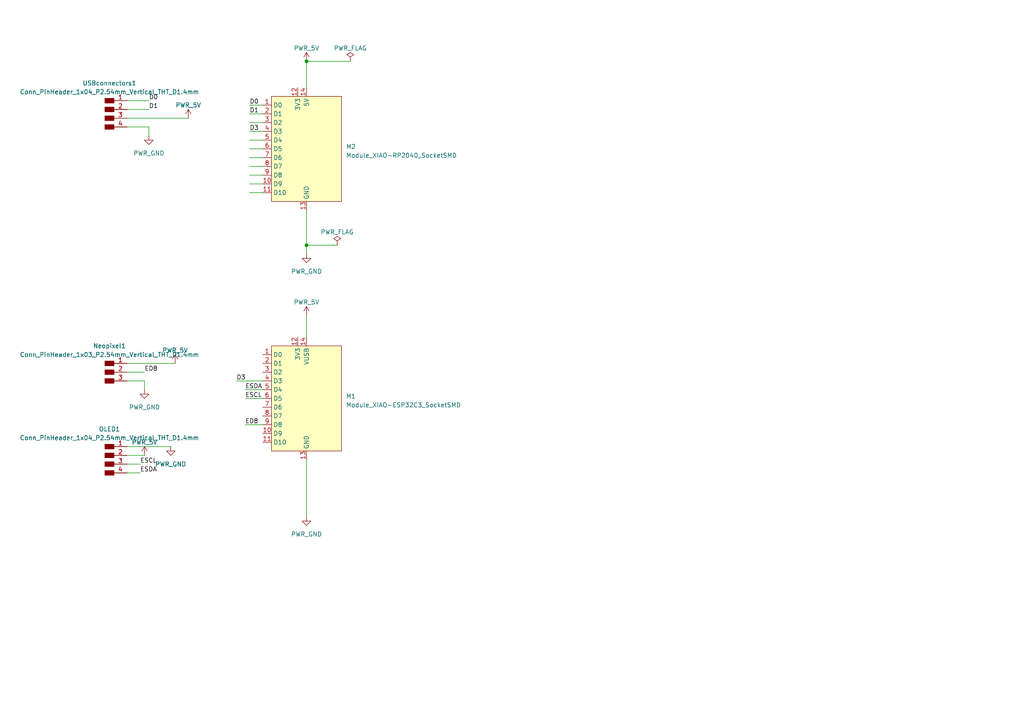
<source format=kicad_sch>
(kicad_sch (version 20230121) (generator eeschema)
  (paper "A4")
  (lib_symbols
    (symbol "fab:Conn_PinHeader_1x03_P2.54mm_Vertical_THT_D1.4mm" (pin_names hide)
      (property "Reference" "J" (at 0 5.08 0))
      (property "Value" "Conn_PinHeader_1x03_P2.54mm_Vertical_THT_D1.4mm" (at 0 -5.08 0))
      (symbol "Conn_PinHeader_1x03_P2.54mm_Vertical_THT_D1.4mm_1_1"
        (rectangle (start -1.27 -1.905) (end 1.27 -3.175) (stroke (width 0.254)) (fill (type outline)))
        (rectangle (start -1.27 0.635) (end 1.27 -0.635) (stroke (width 0.254)) (fill (type outline)))
        (rectangle (start -1.27 3.175) (end 1.27 1.905) (stroke (width 0.254)) (fill (type outline)))
        (pin passive line (at 5.08 2.54 180) (length 3.81) (name "Pin_1") (number "1"))
        (pin passive line (at 5.08 0 180) (length 3.81) (name "Pin_2") (number "2"))
        (pin passive line (at 5.08 -2.54 180) (length 3.81) (name "Pin_3") (number "3"))
      )
    )
    (symbol "fab:Conn_PinHeader_1x04_P2.54mm_Vertical_THT_D1.4mm" (pin_names hide)
      (property "Reference" "J" (at 0 5.08 0))
      (property "Value" "Conn_PinHeader_1x04_P2.54mm_Vertical_THT_D1.4mm" (at 0 -7.62 0))
      (symbol "Conn_PinHeader_1x04_P2.54mm_Vertical_THT_D1.4mm_1_1"
        (rectangle (start -1.27 -4.445) (end 1.27 -5.715) (stroke (width 0.254)) (fill (type outline)))
        (rectangle (start -1.27 -1.905) (end 1.27 -3.175) (stroke (width 0.254)) (fill (type outline)))
        (rectangle (start -1.27 0.635) (end 1.27 -0.635) (stroke (width 0.254)) (fill (type outline)))
        (rectangle (start -1.27 3.175) (end 1.27 1.905) (stroke (width 0.254)) (fill (type outline)))
        (pin passive line (at 5.08 2.54 180) (length 3.81) (name "Pin_1") (number "1"))
        (pin passive line (at 5.08 0 180) (length 3.81) (name "Pin_2") (number "2"))
        (pin passive line (at 5.08 -2.54 180) (length 3.81) (name "Pin_3") (number "3"))
        (pin passive line (at 5.08 -5.08 180) (length 3.81) (name "Pin_4") (number "4"))
      )
    )
    (symbol "fab:Module_XIAO-ESP32C3_SocketSMD"
      (property "Reference" "M" (at 0 0 0))
      (property "Value" "Module_XIAO-ESP32C3_SocketSMD" (at 0 2.54 0))
      (symbol "Module_XIAO-ESP32C3_SocketSMD_0_1"
        (rectangle (start -10.16 15.24) (end 10.16 -15.24) (fill (type background)))
      )
      (symbol "Module_XIAO-ESP32C3_SocketSMD_1_1"
        (pin bidirectional line (at -12.7 12.7 0) (length 2.54) (name "D0") (number "1"))
        (pin bidirectional line (at -12.7 -10.16 0) (length 2.54) (name "D9") (number "10"))
        (pin bidirectional line (at -12.7 -12.7 0) (length 2.54) (name "D10") (number "11"))
        (pin power_in line (at -2.54 17.78 270) (length 2.54) (name "3V3") (number "12"))
        (pin power_in line (at 0 -17.78 90) (length 2.54) (name "GND") (number "13"))
        (pin power_in line (at 0 17.78 270) (length 2.54) (name "VUSB") (number "14"))
        (pin bidirectional line (at -12.7 10.16 0) (length 2.54) (name "D1") (number "2"))
        (pin bidirectional line (at -12.7 7.62 0) (length 2.54) (name "D2") (number "3"))
        (pin bidirectional line (at -12.7 5.08 0) (length 2.54) (name "D3") (number "4"))
        (pin bidirectional line (at -12.7 2.54 0) (length 2.54) (name "D4") (number "5"))
        (pin bidirectional line (at -12.7 0 0) (length 2.54) (name "D5") (number "6"))
        (pin bidirectional line (at -12.7 -2.54 0) (length 2.54) (name "D6") (number "7"))
        (pin bidirectional line (at -12.7 -5.08 0) (length 2.54) (name "D7") (number "8"))
        (pin bidirectional line (at -12.7 -7.62 0) (length 2.54) (name "D8") (number "9"))
      )
    )
    (symbol "fab:Module_XIAO-RP2040_SocketSMD"
      (property "Reference" "M" (at 0 0 0))
      (property "Value" "Module_XIAO-RP2040_SocketSMD" (at 0 2.54 0))
      (symbol "Module_XIAO-RP2040_SocketSMD_0_1"
        (rectangle (start -10.16 15.24) (end 10.16 -15.24) (fill (type background)))
      )
      (symbol "Module_XIAO-RP2040_SocketSMD_1_1"
        (pin bidirectional line (at -12.7 12.7 0) (length 2.54) (name "D0") (number "1"))
        (pin bidirectional line (at -12.7 -10.16 0) (length 2.54) (name "D9") (number "10"))
        (pin bidirectional line (at -12.7 -12.7 0) (length 2.54) (name "D10") (number "11"))
        (pin power_in line (at -2.54 17.78 270) (length 2.54) (name "3V3") (number "12"))
        (pin power_in line (at 0 -17.78 90) (length 2.54) (name "GND") (number "13"))
        (pin power_in line (at 0 17.78 270) (length 2.54) (name "5V") (number "14"))
        (pin bidirectional line (at -12.7 10.16 0) (length 2.54) (name "D1") (number "2"))
        (pin bidirectional line (at -12.7 7.62 0) (length 2.54) (name "D2") (number "3"))
        (pin bidirectional line (at -12.7 5.08 0) (length 2.54) (name "D3") (number "4"))
        (pin bidirectional line (at -12.7 2.54 0) (length 2.54) (name "D4") (number "5"))
        (pin bidirectional line (at -12.7 0 0) (length 2.54) (name "D5") (number "6"))
        (pin bidirectional line (at -12.7 -2.54 0) (length 2.54) (name "D6") (number "7"))
        (pin bidirectional line (at -12.7 -5.08 0) (length 2.54) (name "D7") (number "8"))
        (pin bidirectional line (at -12.7 -7.62 0) (length 2.54) (name "D8") (number "9"))
      )
    )
    (symbol "fab:PWR_5V" (power) (pin_names (offset 0))
      (property "Value" "PWR_5V" (at 0 3.556 0))
      (symbol "PWR_5V_0_1"
        (polyline (pts (xy -0.762 1.27) (xy 0 2.54)))
        (polyline (pts (xy 0 0) (xy 0 2.54)))
        (polyline (pts (xy 0 2.54) (xy 0.762 1.27)))
      )
      (symbol "PWR_5V_1_1"
        (pin power_in line (at 0 0 90) (length 0) hide (name "PWR_5V") (number "1"))
      )
    )
    (symbol "fab:PWR_FLAG" (power) (pin_numbers hide) (pin_names (offset 0) hide)
      (property "Value" "PWR_FLAG" (at 0 3.81 0))
      (symbol "PWR_FLAG_0_0"
        (pin power_out line (at 0 0 90) (length 0) (name "PWR_FLAG") (number "1"))
      )
      (symbol "PWR_FLAG_0_1"
        (polyline (pts (xy 0 0) (xy 0 1.27) (xy -1.016 1.905) (xy 0 2.54) (xy 1.016 1.905) (xy 0 1.27)))
      )
    )
    (symbol "fab:PWR_GND" (power) (pin_names (offset 0))
      (property "Value" "PWR_GND" (at 0 -3.81 0))
      (symbol "PWR_GND_0_1"
        (polyline (pts (xy 0 0) (xy 0 -1.27) (xy 1.27 -1.27) (xy 0 -2.54) (xy -1.27 -1.27) (xy 0 -1.27)))
      )
      (symbol "PWR_GND_1_1"
        (pin power_in line (at 0 0 270) (length 0) hide (name "PWR_GND") (number "1"))
      )
    )
  )
  (junction (at 88.9 17.78))
  (junction (at 88.9 71.12))
  (wire (pts (xy 88.9 91.44) (xy 88.9 97.79)))
  (wire (pts (xy 72.39 35.56) (xy 76.2 35.56)))
  (wire (pts (xy 71.12 123.19) (xy 76.2 123.19)))
  (wire (pts (xy 36.83 110.49) (xy 41.91 110.49)))
  (wire (pts (xy 72.39 40.64) (xy 76.2 40.64)))
  (wire (pts (xy 71.12 115.57) (xy 76.2 115.57)))
  (wire (pts (xy 72.39 30.48) (xy 76.2 30.48)))
  (wire (pts (xy 88.9 17.78) (xy 101.6 17.78)))
  (wire (pts (xy 72.39 33.02) (xy 76.2 33.02)))
  (wire (pts (xy 36.83 105.41) (xy 50.8 105.41)))
  (wire (pts (xy 36.83 129.54) (xy 49.53 129.54)))
  (wire (pts (xy 72.39 43.18) (xy 76.2 43.18)))
  (wire (pts (xy 72.39 50.8) (xy 76.2 50.8)))
  (wire (pts (xy 72.39 48.26) (xy 76.2 48.26)))
  (wire (pts (xy 88.9 17.78) (xy 88.9 25.4)))
  (wire (pts (xy 36.83 31.75) (xy 43.18 31.75)))
  (wire (pts (xy 68.58 110.49) (xy 76.2 110.49)))
  (wire (pts (xy 36.83 107.95) (xy 41.91 107.95)))
  (wire (pts (xy 72.39 45.72) (xy 76.2 45.72)))
  (wire (pts (xy 36.83 36.83) (xy 43.18 36.83)))
  (wire (pts (xy 88.9 133.35) (xy 88.9 149.86)))
  (wire (pts (xy 43.18 36.83) (xy 43.18 39.37)))
  (wire (pts (xy 36.83 29.21) (xy 43.18 29.21)))
  (wire (pts (xy 41.91 110.49) (xy 41.91 113.03)))
  (wire (pts (xy 72.39 53.34) (xy 76.2 53.34)))
  (wire (pts (xy 88.9 60.96) (xy 88.9 71.12)))
  (wire (pts (xy 36.83 134.62) (xy 40.64 134.62)))
  (wire (pts (xy 72.39 38.1) (xy 76.2 38.1)))
  (wire (pts (xy 71.12 113.03) (xy 76.2 113.03)))
  (wire (pts (xy 36.83 132.08) (xy 41.91 132.08)))
  (wire (pts (xy 36.83 34.29) (xy 54.61 34.29)))
  (wire (pts (xy 97.79 71.12) (xy 88.9 71.12)))
  (wire (pts (xy 88.9 71.12) (xy 88.9 73.66)))
  (wire (pts (xy 72.39 55.88) (xy 76.2 55.88)))
  (wire (pts (xy 36.83 137.16) (xy 40.64 137.16)))
  (label "ESDA" (at 40.64 137.16 0))
  (label "D1" (at 72.39 33.02 0))
  (label "ESDA" (at 71.12 113.03 0))
  (label "ED8" (at 71.12 123.19 0))
  (label "D3" (at 72.39 38.1 0))
  (label "D3" (at 68.58 110.49 0))
  (label "ESCL" (at 40.64 134.62 0))
  (label "D1" (at 43.18 31.75 0))
  (label "D0" (at 72.39 30.48 0))
  (label "D0" (at 43.18 29.21 0))
  (label "ED8" (at 41.91 107.95 0))
  (label "ESCL" (at 71.12 115.57 0))
  (symbol (lib_id "fab:PWR_5V") (at 88.9 91.44 0) (unit 1)
    (property "Reference" "#PWR02" (effects hide))
    (property "Value" "PWR_5V" (at 88.9 87.63 0))
  )
  (symbol (lib_id "fab:PWR_5V") (at 88.9 17.78 0) (unit 1)
    (property "Reference" "#PWR01" (effects hide))
    (property "Value" "PWR_5V" (at 88.9 13.97 0))
  )
  (symbol (lib_id "fab:PWR_GND") (at 88.9 149.86 0) (unit 1)
    (property "Reference" "#PWR04" (effects hide))
    (property "Value" "PWR_GND" (at 88.9 154.94 0))
  )
  (symbol (lib_id "fab:PWR_GND") (at 49.53 129.54 0) (unit 1)
    (property "Reference" "#PWR09" (effects hide))
    (property "Value" "PWR_GND" (at 49.53 134.62 0))
  )
  (symbol (lib_id "fab:Conn_PinHeader_1x04_P2.54mm_Vertical_THT_D1.4mm") (at 31.75 132.08 0) (unit 1)
    (property "Reference" "OLED1" (at 31.75 124.46 0))
    (property "Value" "Conn_PinHeader_1x04_P2.54mm_Vertical_THT_D1.4mm" (at 31.75 127 0))
    (property "Footprint" "fab:PinHeader_1x04_P2.54mm_Vertical_THT_D1.4mm" (effects hide))
  )
  (symbol (lib_id "fab:Module_XIAO-ESP32C3_SocketSMD") (at 88.9 115.57 0) (unit 1)
    (property "Reference" "M1" (at 100.33 114.935 0) (effects (justify left)))
    (property "Value" "Module_XIAO-ESP32C3_SocketSMD" (at 100.33 117.475 0) (effects (justify left)))
    (property "Footprint" "fab:SeedStudio_XIAO_SocketSMD" (effects hide))
    (property "Datasheet" "https://wiki.seeedstudio.com/XIAO_ESP32C3_Getting_Started/" (effects hide))
  )
  (symbol (lib_id "fab:Conn_PinHeader_1x03_P2.54mm_Vertical_THT_D1.4mm") (at 31.75 107.95 0) (unit 1)
    (property "Reference" "Neopixel1" (at 31.75 100.33 0))
    (property "Value" "Conn_PinHeader_1x03_P2.54mm_Vertical_THT_D1.4mm" (at 31.75 102.87 0))
    (property "Footprint" "fab:PinHeader_1x03_P2.54mm_Vertical_THT_D1.4mm" (effects hide))
  )
  (symbol (lib_id "fab:PWR_5V") (at 54.61 34.29 0) (unit 1)
    (property "Reference" "#PWR06" (effects hide))
    (property "Value" "PWR_5V" (at 54.61 30.48 0))
  )
  (symbol (lib_id "fab:Conn_PinHeader_1x04_P2.54mm_Vertical_THT_D1.4mm") (at 31.75 31.75 0) (unit 1)
    (property "Reference" "USBconnectors1" (at 31.75 24.13 0))
    (property "Value" "Conn_PinHeader_1x04_P2.54mm_Vertical_THT_D1.4mm" (at 31.75 26.67 0))
    (property "Footprint" "fab:PinHeader_1x04_P2.54mm_Vertical_THT_D1.4mm" (effects hide))
  )
  (symbol (lib_id "fab:PWR_GND") (at 43.18 39.37 0) (unit 1)
    (property "Reference" "#PWR05" (effects hide))
    (property "Value" "PWR_GND" (at 43.18 44.45 0))
  )
  (symbol (lib_id "fab:PWR_GND") (at 88.9 73.66 0) (unit 1)
    (property "Reference" "#PWR03" (effects hide))
    (property "Value" "PWR_GND" (at 88.9 78.74 0))
  )
  (symbol (lib_id "fab:PWR_5V") (at 41.91 132.08 0) (unit 1)
    (property "Reference" "#PWR010" (effects hide))
    (property "Value" "PWR_5V" (at 41.91 128.27 0))
  )
  (symbol (lib_id "fab:PWR_FLAG") (at 101.6 17.78 0) (unit 1)
    (property "Reference" "#FLG01" (effects hide))
    (property "Value" "PWR_FLAG" (at 101.6 13.97 0))
  )
  (symbol (lib_id "fab:PWR_GND") (at 41.91 113.03 0) (unit 1)
    (property "Reference" "#PWR07" (effects hide))
    (property "Value" "PWR_GND" (at 41.91 118.11 0))
  )
  (symbol (lib_id "fab:Module_XIAO-RP2040_SocketSMD") (at 88.9 43.18 0) (unit 1)
    (property "Reference" "M2" (at 100.33 42.545 0) (effects (justify left)))
    (property "Value" "Module_XIAO-RP2040_SocketSMD" (at 100.33 45.085 0) (effects (justify left)))
    (property "Footprint" "fab:SeedStudio_XIAO_SocketSMD" (effects hide))
    (property "Datasheet" "https://wiki.seeedstudio.com/XIAO-RP2040/" (effects hide))
  )
  (symbol (lib_id "fab:PWR_5V") (at 50.8 105.41 0) (unit 1)
    (property "Reference" "#PWR08" (effects hide))
    (property "Value" "PWR_5V" (at 50.8 101.6 0))
  )
  (symbol (lib_id "fab:PWR_FLAG") (at 97.79 71.12 0) (unit 1)
    (property "Reference" "#FLG02" (effects hide))
    (property "Value" "PWR_FLAG" (at 97.79 67.31 0))
  )
)
</source>
